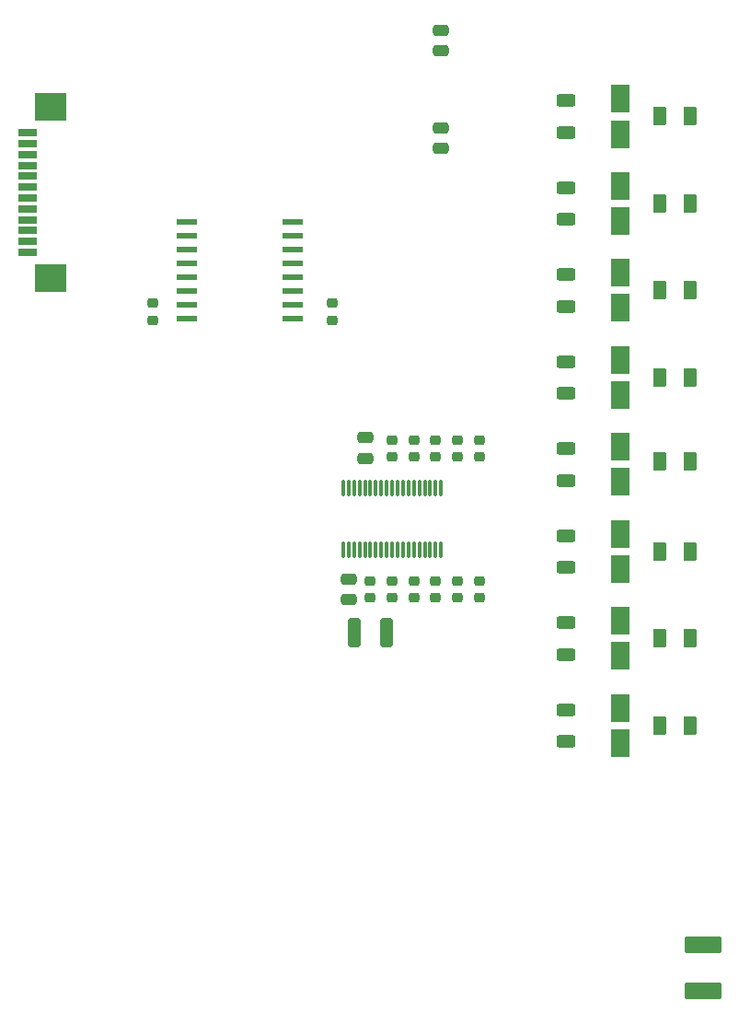
<source format=gbr>
%TF.GenerationSoftware,KiCad,Pcbnew,9.0.2*%
%TF.CreationDate,2025-06-09T15:51:03+03:00*%
%TF.ProjectId,PMCNV-AI8IU,504d434e-562d-4414-9938-49552e6b6963,rev?*%
%TF.SameCoordinates,Original*%
%TF.FileFunction,Paste,Top*%
%TF.FilePolarity,Positive*%
%FSLAX46Y46*%
G04 Gerber Fmt 4.6, Leading zero omitted, Abs format (unit mm)*
G04 Created by KiCad (PCBNEW 9.0.2) date 2025-06-09 15:51:03*
%MOMM*%
%LPD*%
G01*
G04 APERTURE LIST*
G04 Aperture macros list*
%AMRoundRect*
0 Rectangle with rounded corners*
0 $1 Rounding radius*
0 $2 $3 $4 $5 $6 $7 $8 $9 X,Y pos of 4 corners*
0 Add a 4 corners polygon primitive as box body*
4,1,4,$2,$3,$4,$5,$6,$7,$8,$9,$2,$3,0*
0 Add four circle primitives for the rounded corners*
1,1,$1+$1,$2,$3*
1,1,$1+$1,$4,$5*
1,1,$1+$1,$6,$7*
1,1,$1+$1,$8,$9*
0 Add four rect primitives between the rounded corners*
20,1,$1+$1,$2,$3,$4,$5,0*
20,1,$1+$1,$4,$5,$6,$7,0*
20,1,$1+$1,$6,$7,$8,$9,0*
20,1,$1+$1,$8,$9,$2,$3,0*%
G04 Aperture macros list end*
%ADD10RoundRect,0.250000X-0.375000X-0.625000X0.375000X-0.625000X0.375000X0.625000X-0.375000X0.625000X0*%
%ADD11R,1.651000X2.565400*%
%ADD12RoundRect,0.250000X-0.625000X0.312500X-0.625000X-0.312500X0.625000X-0.312500X0.625000X0.312500X0*%
%ADD13RoundRect,0.225000X0.250000X-0.225000X0.250000X0.225000X-0.250000X0.225000X-0.250000X-0.225000X0*%
%ADD14R,1.803400X0.635000*%
%ADD15R,2.997200X2.590800*%
%ADD16RoundRect,0.250000X-0.475000X0.250000X-0.475000X-0.250000X0.475000X-0.250000X0.475000X0.250000X0*%
%ADD17RoundRect,0.250000X0.325000X1.100000X-0.325000X1.100000X-0.325000X-1.100000X0.325000X-1.100000X0*%
%ADD18R,1.854200X0.482600*%
%ADD19RoundRect,0.225000X-0.250000X0.225000X-0.250000X-0.225000X0.250000X-0.225000X0.250000X0.225000X0*%
%ADD20RoundRect,0.075000X0.075000X-0.662500X0.075000X0.662500X-0.075000X0.662500X-0.075000X-0.662500X0*%
%ADD21RoundRect,0.250000X1.450000X-0.537500X1.450000X0.537500X-1.450000X0.537500X-1.450000X-0.537500X0*%
%ADD22RoundRect,0.250000X0.475000X-0.250000X0.475000X0.250000X-0.475000X0.250000X-0.475000X-0.250000X0*%
G04 APERTURE END LIST*
D10*
%TO.C,F2*%
X24600000Y29000000D03*
X27400000Y29000000D03*
%TD*%
%TO.C,F7*%
X24600000Y-11000000D03*
X27400000Y-11000000D03*
%TD*%
D11*
%TO.C,D5*%
X21000000Y3387100D03*
X21000000Y6612900D03*
%TD*%
D12*
%TO.C,R6*%
X16000000Y-1537500D03*
X16000000Y-4462500D03*
%TD*%
D10*
%TO.C,F3*%
X24600000Y21000000D03*
X27400000Y21000000D03*
%TD*%
D13*
%TO.C,C13*%
X2000000Y5725000D03*
X2000000Y7275000D03*
%TD*%
D14*
%TO.C,J1*%
X-33556000Y24500008D03*
X-33556000Y25500006D03*
X-33556000Y26500004D03*
X-33556000Y27500002D03*
X-33556000Y28500000D03*
X-33556000Y29500000D03*
X-33556000Y30500000D03*
X-33556000Y31500000D03*
X-33556000Y32499998D03*
X-33556000Y33499996D03*
X-33556000Y34499994D03*
X-33556000Y35499992D03*
D15*
X-31385999Y22149997D03*
X-31385999Y37850003D03*
%TD*%
D16*
%TO.C,C1*%
X4500000Y44950000D03*
X4500000Y43050000D03*
%TD*%
D11*
%TO.C,D3*%
X21000000Y19387100D03*
X21000000Y22612900D03*
%TD*%
D12*
%TO.C,R1*%
X16000000Y38462500D03*
X16000000Y35537500D03*
%TD*%
D13*
%TO.C,C11*%
X0Y5725000D03*
X0Y7275000D03*
%TD*%
D12*
%TO.C,R4*%
X16000000Y14462500D03*
X16000000Y11537500D03*
%TD*%
D17*
%TO.C,C7*%
X-525000Y-10500000D03*
X-3475000Y-10500000D03*
%TD*%
D12*
%TO.C,R2*%
X16000000Y30462500D03*
X16000000Y27537500D03*
%TD*%
D18*
%TO.C,U3*%
X-18876800Y27305000D03*
X-18876800Y26035000D03*
X-18876800Y24765000D03*
X-18876800Y23495000D03*
X-18876800Y22225000D03*
X-18876800Y20955000D03*
X-18876800Y19685000D03*
X-18876800Y18415000D03*
X-9123200Y18415000D03*
X-9123200Y19685000D03*
X-9123200Y20955000D03*
X-9123200Y22225000D03*
X-9123200Y23495000D03*
X-9123200Y24765000D03*
X-9123200Y26035000D03*
X-9123200Y27305000D03*
%TD*%
D13*
%TO.C,C3*%
X-22000000Y18275000D03*
X-22000000Y19825000D03*
%TD*%
D16*
%TO.C,C10*%
X-2500000Y7450000D03*
X-2500000Y5550000D03*
%TD*%
D19*
%TO.C,C18*%
X6000000Y-5725000D03*
X6000000Y-7275000D03*
%TD*%
D12*
%TO.C,R3*%
X16000000Y22462500D03*
X16000000Y19537500D03*
%TD*%
D19*
%TO.C,C12*%
X0Y-5725000D03*
X0Y-7275000D03*
%TD*%
D11*
%TO.C,D2*%
X21000000Y27387100D03*
X21000000Y30612900D03*
%TD*%
%TO.C,D4*%
X21000000Y11387100D03*
X21000000Y14612900D03*
%TD*%
D12*
%TO.C,R5*%
X16000000Y6462500D03*
X16000000Y3537500D03*
%TD*%
D10*
%TO.C,F5*%
X24600000Y5325000D03*
X27400000Y5325000D03*
%TD*%
D13*
%TO.C,C15*%
X6000000Y5725000D03*
X6000000Y7275000D03*
%TD*%
D12*
%TO.C,R8*%
X16000000Y-17537500D03*
X16000000Y-20462500D03*
%TD*%
D11*
%TO.C,D1*%
X21000000Y35387100D03*
X21000000Y38612900D03*
%TD*%
D19*
%TO.C,C20*%
X2000000Y-5725000D03*
X2000000Y-7275000D03*
%TD*%
D12*
%TO.C,R7*%
X16000000Y-9537500D03*
X16000000Y-12462500D03*
%TD*%
D11*
%TO.C,D6*%
X21000000Y-4612900D03*
X21000000Y-1387100D03*
%TD*%
D19*
%TO.C,C19*%
X4000000Y-5725000D03*
X4000000Y-7275000D03*
%TD*%
D13*
%TO.C,C14*%
X4000000Y5725000D03*
X4000000Y7275000D03*
%TD*%
D19*
%TO.C,C17*%
X8000000Y-5725000D03*
X8000000Y-7275000D03*
%TD*%
D11*
%TO.C,D8*%
X21000000Y-20612900D03*
X21000000Y-17387100D03*
%TD*%
D16*
%TO.C,C9*%
X-4000000Y-5550000D03*
X-4000000Y-7450000D03*
%TD*%
D20*
%TO.C,U4*%
X-4500000Y-2862500D03*
X-4000000Y-2862500D03*
X-3500000Y-2862500D03*
X-3000000Y-2862500D03*
X-2500000Y-2862500D03*
X-2000000Y-2862500D03*
X-1500000Y-2862500D03*
X-1000000Y-2862500D03*
X-500000Y-2862500D03*
X0Y-2862500D03*
X500000Y-2862500D03*
X1000000Y-2862500D03*
X1500000Y-2862500D03*
X2000000Y-2862500D03*
X2500000Y-2862500D03*
X3000000Y-2862500D03*
X3500000Y-2862500D03*
X4000000Y-2862500D03*
X4500000Y-2862500D03*
X4500000Y2862500D03*
X4000000Y2862500D03*
X3500000Y2862500D03*
X3000000Y2862500D03*
X2500000Y2862500D03*
X2000000Y2862500D03*
X1500000Y2862500D03*
X1000000Y2862500D03*
X500000Y2862500D03*
X0Y2862500D03*
X-500000Y2862500D03*
X-1000000Y2862500D03*
X-1500000Y2862500D03*
X-2000000Y2862500D03*
X-2500000Y2862500D03*
X-3000000Y2862500D03*
X-3500000Y2862500D03*
X-4000000Y2862500D03*
X-4500000Y2862500D03*
%TD*%
D13*
%TO.C,C16*%
X8000000Y5725000D03*
X8000000Y7275000D03*
%TD*%
D10*
%TO.C,F8*%
X24600000Y-19000000D03*
X27400000Y-19000000D03*
%TD*%
D19*
%TO.C,C4*%
X-5500000Y19825000D03*
X-5500000Y18275000D03*
%TD*%
D21*
%TO.C,C21*%
X28575000Y-43412500D03*
X28575000Y-39137500D03*
%TD*%
D19*
%TO.C,C8*%
X-2000000Y-5725000D03*
X-2000000Y-7275000D03*
%TD*%
D11*
%TO.C,D7*%
X21000000Y-12612900D03*
X21000000Y-9387100D03*
%TD*%
D10*
%TO.C,F6*%
X24600000Y-3000000D03*
X27400000Y-3000000D03*
%TD*%
D22*
%TO.C,C2*%
X4500000Y34050000D03*
X4500000Y35950000D03*
%TD*%
D10*
%TO.C,F1*%
X24600000Y37000000D03*
X27400000Y37000000D03*
%TD*%
%TO.C,F4*%
X24600000Y13000000D03*
X27400000Y13000000D03*
%TD*%
M02*

</source>
